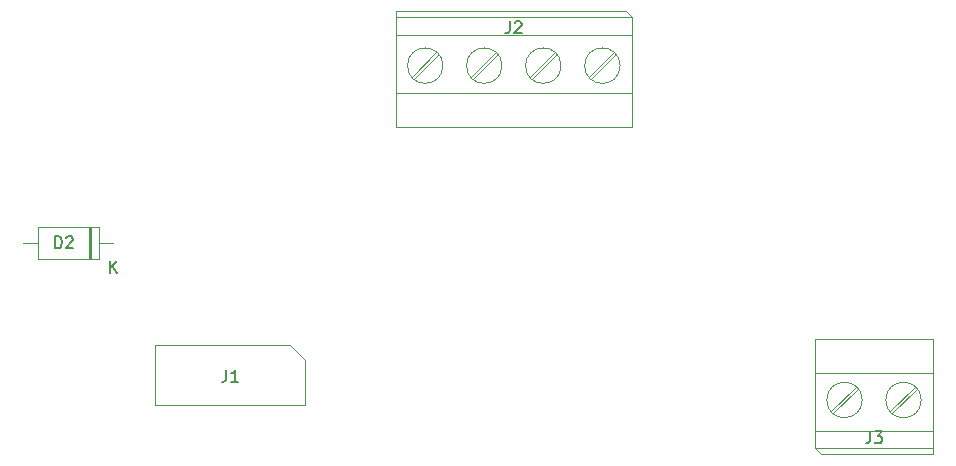
<source format=gbr>
%TF.GenerationSoftware,KiCad,Pcbnew,(6.0.0)*%
%TF.CreationDate,2022-01-14T12:25:06-05:00*%
%TF.ProjectId,ADC-board-HX711,4144432d-626f-4617-9264-2d4858373131,rev?*%
%TF.SameCoordinates,Original*%
%TF.FileFunction,AssemblyDrawing,Top*%
%FSLAX46Y46*%
G04 Gerber Fmt 4.6, Leading zero omitted, Abs format (unit mm)*
G04 Created by KiCad (PCBNEW (6.0.0)) date 2022-01-14 12:25:06*
%MOMM*%
%LPD*%
G01*
G04 APERTURE LIST*
%ADD10C,0.150000*%
%ADD11C,0.100000*%
G04 APERTURE END LIST*
D10*
%TO.C,D2*%
X11838095Y-23252380D02*
X11838095Y-22252380D01*
X12409523Y-23252380D02*
X11980952Y-22680952D01*
X12409523Y-22252380D02*
X11838095Y-22823809D01*
X7161904Y-21152380D02*
X7161904Y-20152380D01*
X7400000Y-20152380D01*
X7542857Y-20200000D01*
X7638095Y-20295238D01*
X7685714Y-20390476D01*
X7733333Y-20580952D01*
X7733333Y-20723809D01*
X7685714Y-20914285D01*
X7638095Y-21009523D01*
X7542857Y-21104761D01*
X7400000Y-21152380D01*
X7161904Y-21152380D01*
X8114285Y-20247619D02*
X8161904Y-20200000D01*
X8257142Y-20152380D01*
X8495238Y-20152380D01*
X8590476Y-20200000D01*
X8638095Y-20247619D01*
X8685714Y-20342857D01*
X8685714Y-20438095D01*
X8638095Y-20580952D01*
X8066666Y-21152380D01*
X8685714Y-21152380D01*
%TO.C,J1*%
X21666666Y-31452380D02*
X21666666Y-32166666D01*
X21619047Y-32309523D01*
X21523809Y-32404761D01*
X21380952Y-32452380D01*
X21285714Y-32452380D01*
X22666666Y-32452380D02*
X22095238Y-32452380D01*
X22380952Y-32452380D02*
X22380952Y-31452380D01*
X22285714Y-31595238D01*
X22190476Y-31690476D01*
X22095238Y-31738095D01*
%TO.C,J3*%
X76166666Y-36652380D02*
X76166666Y-37366666D01*
X76119047Y-37509523D01*
X76023809Y-37604761D01*
X75880952Y-37652380D01*
X75785714Y-37652380D01*
X76547619Y-36652380D02*
X77166666Y-36652380D01*
X76833333Y-37033333D01*
X76976190Y-37033333D01*
X77071428Y-37080952D01*
X77119047Y-37128571D01*
X77166666Y-37223809D01*
X77166666Y-37461904D01*
X77119047Y-37557142D01*
X77071428Y-37604761D01*
X76976190Y-37652380D01*
X76690476Y-37652380D01*
X76595238Y-37604761D01*
X76547619Y-37557142D01*
%TO.C,J2*%
X45666666Y-1947380D02*
X45666666Y-2661666D01*
X45619047Y-2804523D01*
X45523809Y-2899761D01*
X45380952Y-2947380D01*
X45285714Y-2947380D01*
X46095238Y-2042619D02*
X46142857Y-1995000D01*
X46238095Y-1947380D01*
X46476190Y-1947380D01*
X46571428Y-1995000D01*
X46619047Y-2042619D01*
X46666666Y-2137857D01*
X46666666Y-2233095D01*
X46619047Y-2375952D01*
X46047619Y-2947380D01*
X46666666Y-2947380D01*
D11*
%TO.C,D2*%
X10210000Y-22050000D02*
X10210000Y-19350000D01*
X10010000Y-22050000D02*
X10010000Y-19350000D01*
X10110000Y-22050000D02*
X10110000Y-19350000D01*
X4480000Y-20700000D02*
X5690000Y-20700000D01*
X12100000Y-20700000D02*
X10890000Y-20700000D01*
X5690000Y-22050000D02*
X10890000Y-22050000D01*
X5690000Y-19350000D02*
X5690000Y-22050000D01*
X10890000Y-19350000D02*
X5690000Y-19350000D01*
X10890000Y-22050000D02*
X10890000Y-19350000D01*
%TO.C,J1*%
X28345000Y-30625000D02*
X28345000Y-34435000D01*
X28345000Y-34435000D02*
X15645000Y-34435000D01*
X15645000Y-29355000D02*
X27075000Y-29355000D01*
X27075000Y-29355000D02*
X28345000Y-30625000D01*
X15645000Y-34435000D02*
X15645000Y-29355000D01*
%TO.C,J3*%
X71500000Y-36600000D02*
X81500000Y-36600000D01*
X72000000Y-38600000D02*
X71500000Y-38100000D01*
X81500000Y-38600000D02*
X72000000Y-38600000D01*
X81500000Y-28800000D02*
X81500000Y-38600000D01*
X79955000Y-32862000D02*
X77863000Y-34955000D01*
X74955000Y-32862000D02*
X72862000Y-34955000D01*
X71500000Y-31700000D02*
X81500000Y-31700000D01*
X75138000Y-33045000D02*
X73045000Y-35138000D01*
X71500000Y-38100000D02*
X81500000Y-38100000D01*
X80138000Y-33045000D02*
X78046000Y-35138000D01*
X71500000Y-28800000D02*
X81500000Y-28800000D01*
X71500000Y-38100000D02*
X71500000Y-28800000D01*
X75500000Y-34000000D02*
G75*
G03*
X75500000Y-34000000I-1500000J0D01*
G01*
X80500000Y-34000000D02*
G75*
G03*
X80500000Y-34000000I-1500000J0D01*
G01*
%TO.C,J2*%
X37545000Y-6833000D02*
X39637000Y-4740000D01*
X56000000Y-3095000D02*
X36000000Y-3095000D01*
X56000000Y-10895000D02*
X36000000Y-10895000D01*
X47362000Y-6650000D02*
X49454000Y-4557000D01*
X56000000Y-1595000D02*
X36000000Y-1595000D01*
X52545000Y-6833000D02*
X54638000Y-4740000D01*
X55500000Y-1095000D02*
X56000000Y-1595000D01*
X52362000Y-6650000D02*
X54455000Y-4557000D01*
X36000000Y-1095000D02*
X55500000Y-1095000D01*
X47545000Y-6833000D02*
X49637000Y-4740000D01*
X36000000Y-10895000D02*
X36000000Y-1095000D01*
X56000000Y-7995000D02*
X36000000Y-7995000D01*
X42362000Y-6650000D02*
X44454000Y-4557000D01*
X56000000Y-1595000D02*
X56000000Y-10895000D01*
X42545000Y-6833000D02*
X44637000Y-4740000D01*
X37362000Y-6650000D02*
X39454000Y-4557000D01*
X45000000Y-5695000D02*
G75*
G03*
X45000000Y-5695000I-1500000J0D01*
G01*
X40000000Y-5695000D02*
G75*
G03*
X40000000Y-5695000I-1500000J0D01*
G01*
X50000000Y-5695000D02*
G75*
G03*
X50000000Y-5695000I-1500000J0D01*
G01*
X55000000Y-5695000D02*
G75*
G03*
X55000000Y-5695000I-1500000J0D01*
G01*
%TD*%
M02*

</source>
